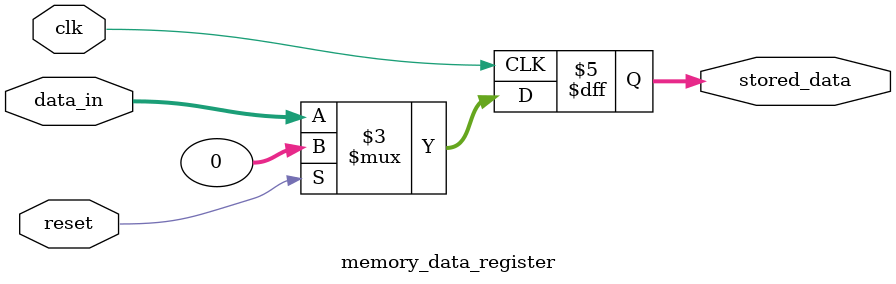
<source format=v>
module memory_data_register (
    input clk,
    input reset,

    input [31:0] data_in,

    output reg [31:0] stored_data
);
  always @(posedge clk) begin
    if (reset) stored_data <= 32'b0;
    else stored_data <= data_in;
  end
endmodule

</source>
